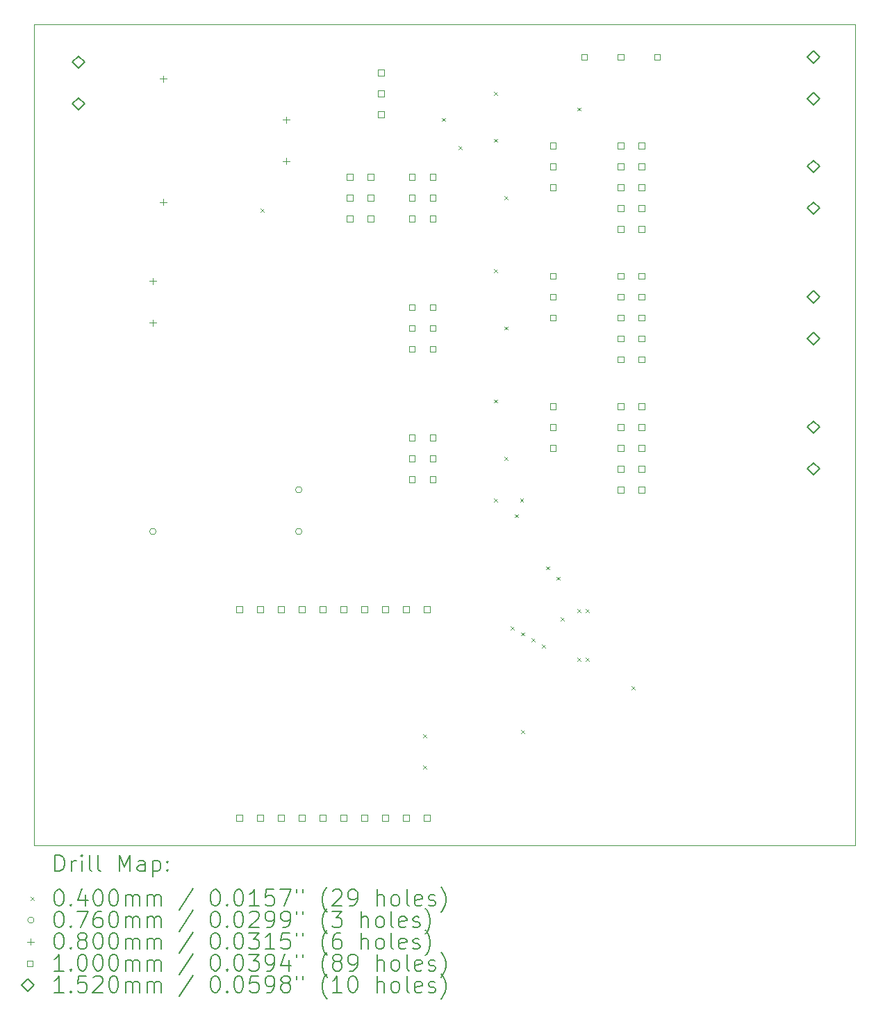
<source format=gbr>
%FSLAX45Y45*%
G04 Gerber Fmt 4.5, Leading zero omitted, Abs format (unit mm)*
G04 Created by KiCad (PCBNEW (6.0.0)) date 2022-11-23 20:41:33*
%MOMM*%
%LPD*%
G01*
G04 APERTURE LIST*
%TA.AperFunction,Profile*%
%ADD10C,0.100000*%
%TD*%
%ADD11C,0.200000*%
%ADD12C,0.040000*%
%ADD13C,0.076000*%
%ADD14C,0.080000*%
%ADD15C,0.100000*%
%ADD16C,0.152000*%
G04 APERTURE END LIST*
D10*
X10000000Y-5000000D02*
X20000000Y-5000000D01*
X10000000Y-15000000D02*
X10000000Y-5000000D01*
X20000000Y-15000000D02*
X20000000Y-5000000D01*
X10000000Y-15000000D02*
X20000000Y-15000000D01*
D11*
D12*
X12756200Y-7244400D02*
X12796200Y-7284400D01*
X12796200Y-7244400D02*
X12756200Y-7284400D01*
X14737400Y-13645200D02*
X14777400Y-13685200D01*
X14777400Y-13645200D02*
X14737400Y-13685200D01*
X14737400Y-14026200D02*
X14777400Y-14066200D01*
X14777400Y-14026200D02*
X14737400Y-14066200D01*
X14966000Y-6139500D02*
X15006000Y-6179500D01*
X15006000Y-6139500D02*
X14966000Y-6179500D01*
X15169200Y-6482400D02*
X15209200Y-6522400D01*
X15209200Y-6482400D02*
X15169200Y-6522400D01*
X15601000Y-5822000D02*
X15641000Y-5862000D01*
X15641000Y-5822000D02*
X15601000Y-5862000D01*
X15601000Y-6393500D02*
X15641000Y-6433500D01*
X15641000Y-6393500D02*
X15601000Y-6433500D01*
X15601000Y-7981000D02*
X15641000Y-8021000D01*
X15641000Y-7981000D02*
X15601000Y-8021000D01*
X15601000Y-9568500D02*
X15641000Y-9608500D01*
X15641000Y-9568500D02*
X15601000Y-9608500D01*
X15601000Y-10775000D02*
X15641000Y-10815000D01*
X15641000Y-10775000D02*
X15601000Y-10815000D01*
X15728000Y-7092000D02*
X15768000Y-7132000D01*
X15768000Y-7092000D02*
X15728000Y-7132000D01*
X15728000Y-8679500D02*
X15768000Y-8719500D01*
X15768000Y-8679500D02*
X15728000Y-8719500D01*
X15728000Y-10267000D02*
X15768000Y-10307000D01*
X15768000Y-10267000D02*
X15728000Y-10307000D01*
X15804200Y-12331900D02*
X15844200Y-12371900D01*
X15844200Y-12331900D02*
X15804200Y-12371900D01*
X15855000Y-10965500D02*
X15895000Y-11005500D01*
X15895000Y-10965500D02*
X15855000Y-11005500D01*
X15918500Y-10775000D02*
X15958500Y-10815000D01*
X15958500Y-10775000D02*
X15918500Y-10815000D01*
X15931200Y-12404350D02*
X15971200Y-12444350D01*
X15971200Y-12404350D02*
X15931200Y-12444350D01*
X15931200Y-13594400D02*
X15971200Y-13634400D01*
X15971200Y-13594400D02*
X15931200Y-13634400D01*
X16058200Y-12476800D02*
X16098200Y-12516800D01*
X16098200Y-12476800D02*
X16058200Y-12516800D01*
X16185200Y-12553000D02*
X16225200Y-12593000D01*
X16225200Y-12553000D02*
X16185200Y-12593000D01*
X16236000Y-11600500D02*
X16276000Y-11640500D01*
X16276000Y-11600500D02*
X16236000Y-11640500D01*
X16363000Y-11727500D02*
X16403000Y-11767500D01*
X16403000Y-11727500D02*
X16363000Y-11767500D01*
X16413800Y-12222800D02*
X16453800Y-12262800D01*
X16453800Y-12222800D02*
X16413800Y-12262800D01*
X16617000Y-6012500D02*
X16657000Y-6052500D01*
X16657000Y-6012500D02*
X16617000Y-6052500D01*
X16617000Y-12713051D02*
X16657000Y-12753051D01*
X16657000Y-12713051D02*
X16617000Y-12753051D01*
X16617430Y-12120770D02*
X16657430Y-12160770D01*
X16657430Y-12120770D02*
X16617430Y-12160770D01*
X16718600Y-12121200D02*
X16758600Y-12161200D01*
X16758600Y-12121200D02*
X16718600Y-12161200D01*
X16719030Y-12712621D02*
X16759030Y-12752621D01*
X16759030Y-12712621D02*
X16719030Y-12752621D01*
X17277400Y-13061000D02*
X17317400Y-13101000D01*
X17317400Y-13061000D02*
X17277400Y-13101000D01*
D13*
X11482250Y-11176000D02*
G75*
G03*
X11482250Y-11176000I-38000J0D01*
G01*
X13260250Y-10668000D02*
G75*
G03*
X13260250Y-10668000I-38000J0D01*
G01*
X13260250Y-11176000D02*
G75*
G03*
X13260250Y-11176000I-38000J0D01*
G01*
D14*
X11444250Y-8088000D02*
X11444250Y-8168000D01*
X11404250Y-8128000D02*
X11484250Y-8128000D01*
X11444250Y-8596000D02*
X11444250Y-8676000D01*
X11404250Y-8636000D02*
X11484250Y-8636000D01*
X11569000Y-5623500D02*
X11569000Y-5703500D01*
X11529000Y-5663500D02*
X11609000Y-5663500D01*
X11569000Y-7123500D02*
X11569000Y-7203500D01*
X11529000Y-7163500D02*
X11609000Y-7163500D01*
X13069000Y-6123500D02*
X13069000Y-6203500D01*
X13029000Y-6163500D02*
X13109000Y-6163500D01*
X13069000Y-6623500D02*
X13069000Y-6703500D01*
X13029000Y-6663500D02*
X13109000Y-6663500D01*
D15*
X12531856Y-12159856D02*
X12531856Y-12089144D01*
X12461144Y-12089144D01*
X12461144Y-12159856D01*
X12531856Y-12159856D01*
X12531856Y-14699856D02*
X12531856Y-14629144D01*
X12461144Y-14629144D01*
X12461144Y-14699856D01*
X12531856Y-14699856D01*
X12785856Y-12159856D02*
X12785856Y-12089144D01*
X12715144Y-12089144D01*
X12715144Y-12159856D01*
X12785856Y-12159856D01*
X12785856Y-14699856D02*
X12785856Y-14629144D01*
X12715144Y-14629144D01*
X12715144Y-14699856D01*
X12785856Y-14699856D01*
X13039856Y-12159856D02*
X13039856Y-12089144D01*
X12969144Y-12089144D01*
X12969144Y-12159856D01*
X13039856Y-12159856D01*
X13039856Y-14699856D02*
X13039856Y-14629144D01*
X12969144Y-14629144D01*
X12969144Y-14699856D01*
X13039856Y-14699856D01*
X13293856Y-12159856D02*
X13293856Y-12089144D01*
X13223144Y-12089144D01*
X13223144Y-12159856D01*
X13293856Y-12159856D01*
X13293856Y-14699856D02*
X13293856Y-14629144D01*
X13223144Y-14629144D01*
X13223144Y-14699856D01*
X13293856Y-14699856D01*
X13547856Y-12159856D02*
X13547856Y-12089144D01*
X13477144Y-12089144D01*
X13477144Y-12159856D01*
X13547856Y-12159856D01*
X13547856Y-14699856D02*
X13547856Y-14629144D01*
X13477144Y-14629144D01*
X13477144Y-14699856D01*
X13547856Y-14699856D01*
X13801856Y-12159856D02*
X13801856Y-12089144D01*
X13731144Y-12089144D01*
X13731144Y-12159856D01*
X13801856Y-12159856D01*
X13801856Y-14699856D02*
X13801856Y-14629144D01*
X13731144Y-14629144D01*
X13731144Y-14699856D01*
X13801856Y-14699856D01*
X13878356Y-6893356D02*
X13878356Y-6822644D01*
X13807644Y-6822644D01*
X13807644Y-6893356D01*
X13878356Y-6893356D01*
X13878356Y-7147356D02*
X13878356Y-7076644D01*
X13807644Y-7076644D01*
X13807644Y-7147356D01*
X13878356Y-7147356D01*
X13878356Y-7401356D02*
X13878356Y-7330644D01*
X13807644Y-7330644D01*
X13807644Y-7401356D01*
X13878356Y-7401356D01*
X14055856Y-12159856D02*
X14055856Y-12089144D01*
X13985144Y-12089144D01*
X13985144Y-12159856D01*
X14055856Y-12159856D01*
X14055856Y-14699856D02*
X14055856Y-14629144D01*
X13985144Y-14629144D01*
X13985144Y-14699856D01*
X14055856Y-14699856D01*
X14132356Y-6893356D02*
X14132356Y-6822644D01*
X14061644Y-6822644D01*
X14061644Y-6893356D01*
X14132356Y-6893356D01*
X14132356Y-7147356D02*
X14132356Y-7076644D01*
X14061644Y-7076644D01*
X14061644Y-7147356D01*
X14132356Y-7147356D01*
X14132356Y-7401356D02*
X14132356Y-7330644D01*
X14061644Y-7330644D01*
X14061644Y-7401356D01*
X14132356Y-7401356D01*
X14259356Y-5624856D02*
X14259356Y-5554144D01*
X14188644Y-5554144D01*
X14188644Y-5624856D01*
X14259356Y-5624856D01*
X14259356Y-5878856D02*
X14259356Y-5808144D01*
X14188644Y-5808144D01*
X14188644Y-5878856D01*
X14259356Y-5878856D01*
X14259356Y-6132856D02*
X14259356Y-6062144D01*
X14188644Y-6062144D01*
X14188644Y-6132856D01*
X14259356Y-6132856D01*
X14309856Y-12159856D02*
X14309856Y-12089144D01*
X14239144Y-12089144D01*
X14239144Y-12159856D01*
X14309856Y-12159856D01*
X14309856Y-14699856D02*
X14309856Y-14629144D01*
X14239144Y-14629144D01*
X14239144Y-14699856D01*
X14309856Y-14699856D01*
X14563856Y-12159856D02*
X14563856Y-12089144D01*
X14493144Y-12089144D01*
X14493144Y-12159856D01*
X14563856Y-12159856D01*
X14563856Y-14699856D02*
X14563856Y-14629144D01*
X14493144Y-14629144D01*
X14493144Y-14699856D01*
X14563856Y-14699856D01*
X14639856Y-6894856D02*
X14639856Y-6824144D01*
X14569144Y-6824144D01*
X14569144Y-6894856D01*
X14639856Y-6894856D01*
X14639856Y-7148856D02*
X14639856Y-7078144D01*
X14569144Y-7078144D01*
X14569144Y-7148856D01*
X14639856Y-7148856D01*
X14639856Y-7402856D02*
X14639856Y-7332144D01*
X14569144Y-7332144D01*
X14569144Y-7402856D01*
X14639856Y-7402856D01*
X14639856Y-8482356D02*
X14639856Y-8411644D01*
X14569144Y-8411644D01*
X14569144Y-8482356D01*
X14639856Y-8482356D01*
X14639856Y-8736356D02*
X14639856Y-8665644D01*
X14569144Y-8665644D01*
X14569144Y-8736356D01*
X14639856Y-8736356D01*
X14639856Y-8990356D02*
X14639856Y-8919644D01*
X14569144Y-8919644D01*
X14569144Y-8990356D01*
X14639856Y-8990356D01*
X14639856Y-10069856D02*
X14639856Y-9999144D01*
X14569144Y-9999144D01*
X14569144Y-10069856D01*
X14639856Y-10069856D01*
X14639856Y-10323856D02*
X14639856Y-10253144D01*
X14569144Y-10253144D01*
X14569144Y-10323856D01*
X14639856Y-10323856D01*
X14639856Y-10577856D02*
X14639856Y-10507144D01*
X14569144Y-10507144D01*
X14569144Y-10577856D01*
X14639856Y-10577856D01*
X14817856Y-12159856D02*
X14817856Y-12089144D01*
X14747144Y-12089144D01*
X14747144Y-12159856D01*
X14817856Y-12159856D01*
X14817856Y-14699856D02*
X14817856Y-14629144D01*
X14747144Y-14629144D01*
X14747144Y-14699856D01*
X14817856Y-14699856D01*
X14893856Y-6894856D02*
X14893856Y-6824144D01*
X14823144Y-6824144D01*
X14823144Y-6894856D01*
X14893856Y-6894856D01*
X14893856Y-7148856D02*
X14893856Y-7078144D01*
X14823144Y-7078144D01*
X14823144Y-7148856D01*
X14893856Y-7148856D01*
X14893856Y-7402856D02*
X14893856Y-7332144D01*
X14823144Y-7332144D01*
X14823144Y-7402856D01*
X14893856Y-7402856D01*
X14893856Y-8482356D02*
X14893856Y-8411644D01*
X14823144Y-8411644D01*
X14823144Y-8482356D01*
X14893856Y-8482356D01*
X14893856Y-8736356D02*
X14893856Y-8665644D01*
X14823144Y-8665644D01*
X14823144Y-8736356D01*
X14893856Y-8736356D01*
X14893856Y-8990356D02*
X14893856Y-8919644D01*
X14823144Y-8919644D01*
X14823144Y-8990356D01*
X14893856Y-8990356D01*
X14893856Y-10069856D02*
X14893856Y-9999144D01*
X14823144Y-9999144D01*
X14823144Y-10069856D01*
X14893856Y-10069856D01*
X14893856Y-10323856D02*
X14893856Y-10253144D01*
X14823144Y-10253144D01*
X14823144Y-10323856D01*
X14893856Y-10323856D01*
X14893856Y-10577856D02*
X14893856Y-10507144D01*
X14823144Y-10507144D01*
X14823144Y-10577856D01*
X14893856Y-10577856D01*
X16354856Y-6512356D02*
X16354856Y-6441644D01*
X16284144Y-6441644D01*
X16284144Y-6512356D01*
X16354856Y-6512356D01*
X16354856Y-6766356D02*
X16354856Y-6695644D01*
X16284144Y-6695644D01*
X16284144Y-6766356D01*
X16354856Y-6766356D01*
X16354856Y-7020356D02*
X16354856Y-6949644D01*
X16284144Y-6949644D01*
X16284144Y-7020356D01*
X16354856Y-7020356D01*
X16354856Y-8099856D02*
X16354856Y-8029144D01*
X16284144Y-8029144D01*
X16284144Y-8099856D01*
X16354856Y-8099856D01*
X16354856Y-8353856D02*
X16354856Y-8283144D01*
X16284144Y-8283144D01*
X16284144Y-8353856D01*
X16354856Y-8353856D01*
X16354856Y-8607856D02*
X16354856Y-8537144D01*
X16284144Y-8537144D01*
X16284144Y-8607856D01*
X16354856Y-8607856D01*
X16354856Y-9687356D02*
X16354856Y-9616644D01*
X16284144Y-9616644D01*
X16284144Y-9687356D01*
X16354856Y-9687356D01*
X16354856Y-9941356D02*
X16354856Y-9870644D01*
X16284144Y-9870644D01*
X16284144Y-9941356D01*
X16354856Y-9941356D01*
X16354856Y-10195356D02*
X16354856Y-10124644D01*
X16284144Y-10124644D01*
X16284144Y-10195356D01*
X16354856Y-10195356D01*
X16735856Y-5432856D02*
X16735856Y-5362144D01*
X16665144Y-5362144D01*
X16665144Y-5432856D01*
X16735856Y-5432856D01*
X17180356Y-5432856D02*
X17180356Y-5362144D01*
X17109644Y-5362144D01*
X17109644Y-5432856D01*
X17180356Y-5432856D01*
X17180356Y-6512356D02*
X17180356Y-6441644D01*
X17109644Y-6441644D01*
X17109644Y-6512356D01*
X17180356Y-6512356D01*
X17180356Y-6766356D02*
X17180356Y-6695644D01*
X17109644Y-6695644D01*
X17109644Y-6766356D01*
X17180356Y-6766356D01*
X17180356Y-7020356D02*
X17180356Y-6949644D01*
X17109644Y-6949644D01*
X17109644Y-7020356D01*
X17180356Y-7020356D01*
X17180356Y-7274356D02*
X17180356Y-7203644D01*
X17109644Y-7203644D01*
X17109644Y-7274356D01*
X17180356Y-7274356D01*
X17180356Y-7528356D02*
X17180356Y-7457644D01*
X17109644Y-7457644D01*
X17109644Y-7528356D01*
X17180356Y-7528356D01*
X17180356Y-8099856D02*
X17180356Y-8029144D01*
X17109644Y-8029144D01*
X17109644Y-8099856D01*
X17180356Y-8099856D01*
X17180356Y-8353856D02*
X17180356Y-8283144D01*
X17109644Y-8283144D01*
X17109644Y-8353856D01*
X17180356Y-8353856D01*
X17180356Y-8607856D02*
X17180356Y-8537144D01*
X17109644Y-8537144D01*
X17109644Y-8607856D01*
X17180356Y-8607856D01*
X17180356Y-8861856D02*
X17180356Y-8791144D01*
X17109644Y-8791144D01*
X17109644Y-8861856D01*
X17180356Y-8861856D01*
X17180356Y-9115856D02*
X17180356Y-9045144D01*
X17109644Y-9045144D01*
X17109644Y-9115856D01*
X17180356Y-9115856D01*
X17180356Y-9687356D02*
X17180356Y-9616644D01*
X17109644Y-9616644D01*
X17109644Y-9687356D01*
X17180356Y-9687356D01*
X17180356Y-9941356D02*
X17180356Y-9870644D01*
X17109644Y-9870644D01*
X17109644Y-9941356D01*
X17180356Y-9941356D01*
X17180356Y-10195356D02*
X17180356Y-10124644D01*
X17109644Y-10124644D01*
X17109644Y-10195356D01*
X17180356Y-10195356D01*
X17180356Y-10449356D02*
X17180356Y-10378644D01*
X17109644Y-10378644D01*
X17109644Y-10449356D01*
X17180356Y-10449356D01*
X17180356Y-10703356D02*
X17180356Y-10632644D01*
X17109644Y-10632644D01*
X17109644Y-10703356D01*
X17180356Y-10703356D01*
X17434356Y-6512356D02*
X17434356Y-6441644D01*
X17363644Y-6441644D01*
X17363644Y-6512356D01*
X17434356Y-6512356D01*
X17434356Y-6766356D02*
X17434356Y-6695644D01*
X17363644Y-6695644D01*
X17363644Y-6766356D01*
X17434356Y-6766356D01*
X17434356Y-7020356D02*
X17434356Y-6949644D01*
X17363644Y-6949644D01*
X17363644Y-7020356D01*
X17434356Y-7020356D01*
X17434356Y-7274356D02*
X17434356Y-7203644D01*
X17363644Y-7203644D01*
X17363644Y-7274356D01*
X17434356Y-7274356D01*
X17434356Y-7528356D02*
X17434356Y-7457644D01*
X17363644Y-7457644D01*
X17363644Y-7528356D01*
X17434356Y-7528356D01*
X17434356Y-8099856D02*
X17434356Y-8029144D01*
X17363644Y-8029144D01*
X17363644Y-8099856D01*
X17434356Y-8099856D01*
X17434356Y-8353856D02*
X17434356Y-8283144D01*
X17363644Y-8283144D01*
X17363644Y-8353856D01*
X17434356Y-8353856D01*
X17434356Y-8607856D02*
X17434356Y-8537144D01*
X17363644Y-8537144D01*
X17363644Y-8607856D01*
X17434356Y-8607856D01*
X17434356Y-8861856D02*
X17434356Y-8791144D01*
X17363644Y-8791144D01*
X17363644Y-8861856D01*
X17434356Y-8861856D01*
X17434356Y-9115856D02*
X17434356Y-9045144D01*
X17363644Y-9045144D01*
X17363644Y-9115856D01*
X17434356Y-9115856D01*
X17434356Y-9687356D02*
X17434356Y-9616644D01*
X17363644Y-9616644D01*
X17363644Y-9687356D01*
X17434356Y-9687356D01*
X17434356Y-9941356D02*
X17434356Y-9870644D01*
X17363644Y-9870644D01*
X17363644Y-9941356D01*
X17434356Y-9941356D01*
X17434356Y-10195356D02*
X17434356Y-10124644D01*
X17363644Y-10124644D01*
X17363644Y-10195356D01*
X17434356Y-10195356D01*
X17434356Y-10449356D02*
X17434356Y-10378644D01*
X17363644Y-10378644D01*
X17363644Y-10449356D01*
X17434356Y-10449356D01*
X17434356Y-10703356D02*
X17434356Y-10632644D01*
X17363644Y-10632644D01*
X17363644Y-10703356D01*
X17434356Y-10703356D01*
X17624856Y-5432856D02*
X17624856Y-5362144D01*
X17554144Y-5362144D01*
X17554144Y-5432856D01*
X17624856Y-5432856D01*
D16*
X10541000Y-5537000D02*
X10617000Y-5461000D01*
X10541000Y-5385000D01*
X10465000Y-5461000D01*
X10541000Y-5537000D01*
X10541000Y-6045000D02*
X10617000Y-5969000D01*
X10541000Y-5893000D01*
X10465000Y-5969000D01*
X10541000Y-6045000D01*
X19494500Y-5473500D02*
X19570500Y-5397500D01*
X19494500Y-5321500D01*
X19418500Y-5397500D01*
X19494500Y-5473500D01*
X19494500Y-5981500D02*
X19570500Y-5905500D01*
X19494500Y-5829500D01*
X19418500Y-5905500D01*
X19494500Y-5981500D01*
X19494500Y-6807000D02*
X19570500Y-6731000D01*
X19494500Y-6655000D01*
X19418500Y-6731000D01*
X19494500Y-6807000D01*
X19494500Y-7315000D02*
X19570500Y-7239000D01*
X19494500Y-7163000D01*
X19418500Y-7239000D01*
X19494500Y-7315000D01*
X19494500Y-8394500D02*
X19570500Y-8318500D01*
X19494500Y-8242500D01*
X19418500Y-8318500D01*
X19494500Y-8394500D01*
X19494500Y-8902500D02*
X19570500Y-8826500D01*
X19494500Y-8750500D01*
X19418500Y-8826500D01*
X19494500Y-8902500D01*
X19494500Y-9982000D02*
X19570500Y-9906000D01*
X19494500Y-9830000D01*
X19418500Y-9906000D01*
X19494500Y-9982000D01*
X19494500Y-10490000D02*
X19570500Y-10414000D01*
X19494500Y-10338000D01*
X19418500Y-10414000D01*
X19494500Y-10490000D01*
D11*
X10252619Y-15315476D02*
X10252619Y-15115476D01*
X10300238Y-15115476D01*
X10328810Y-15125000D01*
X10347857Y-15144048D01*
X10357381Y-15163095D01*
X10366905Y-15201190D01*
X10366905Y-15229762D01*
X10357381Y-15267857D01*
X10347857Y-15286905D01*
X10328810Y-15305952D01*
X10300238Y-15315476D01*
X10252619Y-15315476D01*
X10452619Y-15315476D02*
X10452619Y-15182143D01*
X10452619Y-15220238D02*
X10462143Y-15201190D01*
X10471667Y-15191667D01*
X10490714Y-15182143D01*
X10509762Y-15182143D01*
X10576429Y-15315476D02*
X10576429Y-15182143D01*
X10576429Y-15115476D02*
X10566905Y-15125000D01*
X10576429Y-15134524D01*
X10585952Y-15125000D01*
X10576429Y-15115476D01*
X10576429Y-15134524D01*
X10700238Y-15315476D02*
X10681190Y-15305952D01*
X10671667Y-15286905D01*
X10671667Y-15115476D01*
X10805000Y-15315476D02*
X10785952Y-15305952D01*
X10776429Y-15286905D01*
X10776429Y-15115476D01*
X11033571Y-15315476D02*
X11033571Y-15115476D01*
X11100238Y-15258333D01*
X11166905Y-15115476D01*
X11166905Y-15315476D01*
X11347857Y-15315476D02*
X11347857Y-15210714D01*
X11338333Y-15191667D01*
X11319286Y-15182143D01*
X11281190Y-15182143D01*
X11262143Y-15191667D01*
X11347857Y-15305952D02*
X11328809Y-15315476D01*
X11281190Y-15315476D01*
X11262143Y-15305952D01*
X11252619Y-15286905D01*
X11252619Y-15267857D01*
X11262143Y-15248809D01*
X11281190Y-15239286D01*
X11328809Y-15239286D01*
X11347857Y-15229762D01*
X11443095Y-15182143D02*
X11443095Y-15382143D01*
X11443095Y-15191667D02*
X11462143Y-15182143D01*
X11500238Y-15182143D01*
X11519286Y-15191667D01*
X11528809Y-15201190D01*
X11538333Y-15220238D01*
X11538333Y-15277381D01*
X11528809Y-15296428D01*
X11519286Y-15305952D01*
X11500238Y-15315476D01*
X11462143Y-15315476D01*
X11443095Y-15305952D01*
X11624048Y-15296428D02*
X11633571Y-15305952D01*
X11624048Y-15315476D01*
X11614524Y-15305952D01*
X11624048Y-15296428D01*
X11624048Y-15315476D01*
X11624048Y-15191667D02*
X11633571Y-15201190D01*
X11624048Y-15210714D01*
X11614524Y-15201190D01*
X11624048Y-15191667D01*
X11624048Y-15210714D01*
D12*
X9955000Y-15625000D02*
X9995000Y-15665000D01*
X9995000Y-15625000D02*
X9955000Y-15665000D01*
D11*
X10290714Y-15535476D02*
X10309762Y-15535476D01*
X10328810Y-15545000D01*
X10338333Y-15554524D01*
X10347857Y-15573571D01*
X10357381Y-15611667D01*
X10357381Y-15659286D01*
X10347857Y-15697381D01*
X10338333Y-15716428D01*
X10328810Y-15725952D01*
X10309762Y-15735476D01*
X10290714Y-15735476D01*
X10271667Y-15725952D01*
X10262143Y-15716428D01*
X10252619Y-15697381D01*
X10243095Y-15659286D01*
X10243095Y-15611667D01*
X10252619Y-15573571D01*
X10262143Y-15554524D01*
X10271667Y-15545000D01*
X10290714Y-15535476D01*
X10443095Y-15716428D02*
X10452619Y-15725952D01*
X10443095Y-15735476D01*
X10433571Y-15725952D01*
X10443095Y-15716428D01*
X10443095Y-15735476D01*
X10624048Y-15602143D02*
X10624048Y-15735476D01*
X10576429Y-15525952D02*
X10528810Y-15668809D01*
X10652619Y-15668809D01*
X10766905Y-15535476D02*
X10785952Y-15535476D01*
X10805000Y-15545000D01*
X10814524Y-15554524D01*
X10824048Y-15573571D01*
X10833571Y-15611667D01*
X10833571Y-15659286D01*
X10824048Y-15697381D01*
X10814524Y-15716428D01*
X10805000Y-15725952D01*
X10785952Y-15735476D01*
X10766905Y-15735476D01*
X10747857Y-15725952D01*
X10738333Y-15716428D01*
X10728810Y-15697381D01*
X10719286Y-15659286D01*
X10719286Y-15611667D01*
X10728810Y-15573571D01*
X10738333Y-15554524D01*
X10747857Y-15545000D01*
X10766905Y-15535476D01*
X10957381Y-15535476D02*
X10976429Y-15535476D01*
X10995476Y-15545000D01*
X11005000Y-15554524D01*
X11014524Y-15573571D01*
X11024048Y-15611667D01*
X11024048Y-15659286D01*
X11014524Y-15697381D01*
X11005000Y-15716428D01*
X10995476Y-15725952D01*
X10976429Y-15735476D01*
X10957381Y-15735476D01*
X10938333Y-15725952D01*
X10928810Y-15716428D01*
X10919286Y-15697381D01*
X10909762Y-15659286D01*
X10909762Y-15611667D01*
X10919286Y-15573571D01*
X10928810Y-15554524D01*
X10938333Y-15545000D01*
X10957381Y-15535476D01*
X11109762Y-15735476D02*
X11109762Y-15602143D01*
X11109762Y-15621190D02*
X11119286Y-15611667D01*
X11138333Y-15602143D01*
X11166905Y-15602143D01*
X11185952Y-15611667D01*
X11195476Y-15630714D01*
X11195476Y-15735476D01*
X11195476Y-15630714D02*
X11205000Y-15611667D01*
X11224048Y-15602143D01*
X11252619Y-15602143D01*
X11271667Y-15611667D01*
X11281190Y-15630714D01*
X11281190Y-15735476D01*
X11376428Y-15735476D02*
X11376428Y-15602143D01*
X11376428Y-15621190D02*
X11385952Y-15611667D01*
X11405000Y-15602143D01*
X11433571Y-15602143D01*
X11452619Y-15611667D01*
X11462143Y-15630714D01*
X11462143Y-15735476D01*
X11462143Y-15630714D02*
X11471667Y-15611667D01*
X11490714Y-15602143D01*
X11519286Y-15602143D01*
X11538333Y-15611667D01*
X11547857Y-15630714D01*
X11547857Y-15735476D01*
X11938333Y-15525952D02*
X11766905Y-15783095D01*
X12195476Y-15535476D02*
X12214524Y-15535476D01*
X12233571Y-15545000D01*
X12243095Y-15554524D01*
X12252619Y-15573571D01*
X12262143Y-15611667D01*
X12262143Y-15659286D01*
X12252619Y-15697381D01*
X12243095Y-15716428D01*
X12233571Y-15725952D01*
X12214524Y-15735476D01*
X12195476Y-15735476D01*
X12176428Y-15725952D01*
X12166905Y-15716428D01*
X12157381Y-15697381D01*
X12147857Y-15659286D01*
X12147857Y-15611667D01*
X12157381Y-15573571D01*
X12166905Y-15554524D01*
X12176428Y-15545000D01*
X12195476Y-15535476D01*
X12347857Y-15716428D02*
X12357381Y-15725952D01*
X12347857Y-15735476D01*
X12338333Y-15725952D01*
X12347857Y-15716428D01*
X12347857Y-15735476D01*
X12481190Y-15535476D02*
X12500238Y-15535476D01*
X12519286Y-15545000D01*
X12528809Y-15554524D01*
X12538333Y-15573571D01*
X12547857Y-15611667D01*
X12547857Y-15659286D01*
X12538333Y-15697381D01*
X12528809Y-15716428D01*
X12519286Y-15725952D01*
X12500238Y-15735476D01*
X12481190Y-15735476D01*
X12462143Y-15725952D01*
X12452619Y-15716428D01*
X12443095Y-15697381D01*
X12433571Y-15659286D01*
X12433571Y-15611667D01*
X12443095Y-15573571D01*
X12452619Y-15554524D01*
X12462143Y-15545000D01*
X12481190Y-15535476D01*
X12738333Y-15735476D02*
X12624048Y-15735476D01*
X12681190Y-15735476D02*
X12681190Y-15535476D01*
X12662143Y-15564048D01*
X12643095Y-15583095D01*
X12624048Y-15592619D01*
X12919286Y-15535476D02*
X12824048Y-15535476D01*
X12814524Y-15630714D01*
X12824048Y-15621190D01*
X12843095Y-15611667D01*
X12890714Y-15611667D01*
X12909762Y-15621190D01*
X12919286Y-15630714D01*
X12928809Y-15649762D01*
X12928809Y-15697381D01*
X12919286Y-15716428D01*
X12909762Y-15725952D01*
X12890714Y-15735476D01*
X12843095Y-15735476D01*
X12824048Y-15725952D01*
X12814524Y-15716428D01*
X12995476Y-15535476D02*
X13128809Y-15535476D01*
X13043095Y-15735476D01*
X13195476Y-15535476D02*
X13195476Y-15573571D01*
X13271667Y-15535476D02*
X13271667Y-15573571D01*
X13566905Y-15811667D02*
X13557381Y-15802143D01*
X13538333Y-15773571D01*
X13528809Y-15754524D01*
X13519286Y-15725952D01*
X13509762Y-15678333D01*
X13509762Y-15640238D01*
X13519286Y-15592619D01*
X13528809Y-15564048D01*
X13538333Y-15545000D01*
X13557381Y-15516428D01*
X13566905Y-15506905D01*
X13633571Y-15554524D02*
X13643095Y-15545000D01*
X13662143Y-15535476D01*
X13709762Y-15535476D01*
X13728809Y-15545000D01*
X13738333Y-15554524D01*
X13747857Y-15573571D01*
X13747857Y-15592619D01*
X13738333Y-15621190D01*
X13624048Y-15735476D01*
X13747857Y-15735476D01*
X13843095Y-15735476D02*
X13881190Y-15735476D01*
X13900238Y-15725952D01*
X13909762Y-15716428D01*
X13928809Y-15687857D01*
X13938333Y-15649762D01*
X13938333Y-15573571D01*
X13928809Y-15554524D01*
X13919286Y-15545000D01*
X13900238Y-15535476D01*
X13862143Y-15535476D01*
X13843095Y-15545000D01*
X13833571Y-15554524D01*
X13824048Y-15573571D01*
X13824048Y-15621190D01*
X13833571Y-15640238D01*
X13843095Y-15649762D01*
X13862143Y-15659286D01*
X13900238Y-15659286D01*
X13919286Y-15649762D01*
X13928809Y-15640238D01*
X13938333Y-15621190D01*
X14176428Y-15735476D02*
X14176428Y-15535476D01*
X14262143Y-15735476D02*
X14262143Y-15630714D01*
X14252619Y-15611667D01*
X14233571Y-15602143D01*
X14205000Y-15602143D01*
X14185952Y-15611667D01*
X14176428Y-15621190D01*
X14385952Y-15735476D02*
X14366905Y-15725952D01*
X14357381Y-15716428D01*
X14347857Y-15697381D01*
X14347857Y-15640238D01*
X14357381Y-15621190D01*
X14366905Y-15611667D01*
X14385952Y-15602143D01*
X14414524Y-15602143D01*
X14433571Y-15611667D01*
X14443095Y-15621190D01*
X14452619Y-15640238D01*
X14452619Y-15697381D01*
X14443095Y-15716428D01*
X14433571Y-15725952D01*
X14414524Y-15735476D01*
X14385952Y-15735476D01*
X14566905Y-15735476D02*
X14547857Y-15725952D01*
X14538333Y-15706905D01*
X14538333Y-15535476D01*
X14719286Y-15725952D02*
X14700238Y-15735476D01*
X14662143Y-15735476D01*
X14643095Y-15725952D01*
X14633571Y-15706905D01*
X14633571Y-15630714D01*
X14643095Y-15611667D01*
X14662143Y-15602143D01*
X14700238Y-15602143D01*
X14719286Y-15611667D01*
X14728809Y-15630714D01*
X14728809Y-15649762D01*
X14633571Y-15668809D01*
X14805000Y-15725952D02*
X14824048Y-15735476D01*
X14862143Y-15735476D01*
X14881190Y-15725952D01*
X14890714Y-15706905D01*
X14890714Y-15697381D01*
X14881190Y-15678333D01*
X14862143Y-15668809D01*
X14833571Y-15668809D01*
X14814524Y-15659286D01*
X14805000Y-15640238D01*
X14805000Y-15630714D01*
X14814524Y-15611667D01*
X14833571Y-15602143D01*
X14862143Y-15602143D01*
X14881190Y-15611667D01*
X14957381Y-15811667D02*
X14966905Y-15802143D01*
X14985952Y-15773571D01*
X14995476Y-15754524D01*
X15005000Y-15725952D01*
X15014524Y-15678333D01*
X15014524Y-15640238D01*
X15005000Y-15592619D01*
X14995476Y-15564048D01*
X14985952Y-15545000D01*
X14966905Y-15516428D01*
X14957381Y-15506905D01*
D13*
X9995000Y-15909000D02*
G75*
G03*
X9995000Y-15909000I-38000J0D01*
G01*
D11*
X10290714Y-15799476D02*
X10309762Y-15799476D01*
X10328810Y-15809000D01*
X10338333Y-15818524D01*
X10347857Y-15837571D01*
X10357381Y-15875667D01*
X10357381Y-15923286D01*
X10347857Y-15961381D01*
X10338333Y-15980428D01*
X10328810Y-15989952D01*
X10309762Y-15999476D01*
X10290714Y-15999476D01*
X10271667Y-15989952D01*
X10262143Y-15980428D01*
X10252619Y-15961381D01*
X10243095Y-15923286D01*
X10243095Y-15875667D01*
X10252619Y-15837571D01*
X10262143Y-15818524D01*
X10271667Y-15809000D01*
X10290714Y-15799476D01*
X10443095Y-15980428D02*
X10452619Y-15989952D01*
X10443095Y-15999476D01*
X10433571Y-15989952D01*
X10443095Y-15980428D01*
X10443095Y-15999476D01*
X10519286Y-15799476D02*
X10652619Y-15799476D01*
X10566905Y-15999476D01*
X10814524Y-15799476D02*
X10776429Y-15799476D01*
X10757381Y-15809000D01*
X10747857Y-15818524D01*
X10728810Y-15847095D01*
X10719286Y-15885190D01*
X10719286Y-15961381D01*
X10728810Y-15980428D01*
X10738333Y-15989952D01*
X10757381Y-15999476D01*
X10795476Y-15999476D01*
X10814524Y-15989952D01*
X10824048Y-15980428D01*
X10833571Y-15961381D01*
X10833571Y-15913762D01*
X10824048Y-15894714D01*
X10814524Y-15885190D01*
X10795476Y-15875667D01*
X10757381Y-15875667D01*
X10738333Y-15885190D01*
X10728810Y-15894714D01*
X10719286Y-15913762D01*
X10957381Y-15799476D02*
X10976429Y-15799476D01*
X10995476Y-15809000D01*
X11005000Y-15818524D01*
X11014524Y-15837571D01*
X11024048Y-15875667D01*
X11024048Y-15923286D01*
X11014524Y-15961381D01*
X11005000Y-15980428D01*
X10995476Y-15989952D01*
X10976429Y-15999476D01*
X10957381Y-15999476D01*
X10938333Y-15989952D01*
X10928810Y-15980428D01*
X10919286Y-15961381D01*
X10909762Y-15923286D01*
X10909762Y-15875667D01*
X10919286Y-15837571D01*
X10928810Y-15818524D01*
X10938333Y-15809000D01*
X10957381Y-15799476D01*
X11109762Y-15999476D02*
X11109762Y-15866143D01*
X11109762Y-15885190D02*
X11119286Y-15875667D01*
X11138333Y-15866143D01*
X11166905Y-15866143D01*
X11185952Y-15875667D01*
X11195476Y-15894714D01*
X11195476Y-15999476D01*
X11195476Y-15894714D02*
X11205000Y-15875667D01*
X11224048Y-15866143D01*
X11252619Y-15866143D01*
X11271667Y-15875667D01*
X11281190Y-15894714D01*
X11281190Y-15999476D01*
X11376428Y-15999476D02*
X11376428Y-15866143D01*
X11376428Y-15885190D02*
X11385952Y-15875667D01*
X11405000Y-15866143D01*
X11433571Y-15866143D01*
X11452619Y-15875667D01*
X11462143Y-15894714D01*
X11462143Y-15999476D01*
X11462143Y-15894714D02*
X11471667Y-15875667D01*
X11490714Y-15866143D01*
X11519286Y-15866143D01*
X11538333Y-15875667D01*
X11547857Y-15894714D01*
X11547857Y-15999476D01*
X11938333Y-15789952D02*
X11766905Y-16047095D01*
X12195476Y-15799476D02*
X12214524Y-15799476D01*
X12233571Y-15809000D01*
X12243095Y-15818524D01*
X12252619Y-15837571D01*
X12262143Y-15875667D01*
X12262143Y-15923286D01*
X12252619Y-15961381D01*
X12243095Y-15980428D01*
X12233571Y-15989952D01*
X12214524Y-15999476D01*
X12195476Y-15999476D01*
X12176428Y-15989952D01*
X12166905Y-15980428D01*
X12157381Y-15961381D01*
X12147857Y-15923286D01*
X12147857Y-15875667D01*
X12157381Y-15837571D01*
X12166905Y-15818524D01*
X12176428Y-15809000D01*
X12195476Y-15799476D01*
X12347857Y-15980428D02*
X12357381Y-15989952D01*
X12347857Y-15999476D01*
X12338333Y-15989952D01*
X12347857Y-15980428D01*
X12347857Y-15999476D01*
X12481190Y-15799476D02*
X12500238Y-15799476D01*
X12519286Y-15809000D01*
X12528809Y-15818524D01*
X12538333Y-15837571D01*
X12547857Y-15875667D01*
X12547857Y-15923286D01*
X12538333Y-15961381D01*
X12528809Y-15980428D01*
X12519286Y-15989952D01*
X12500238Y-15999476D01*
X12481190Y-15999476D01*
X12462143Y-15989952D01*
X12452619Y-15980428D01*
X12443095Y-15961381D01*
X12433571Y-15923286D01*
X12433571Y-15875667D01*
X12443095Y-15837571D01*
X12452619Y-15818524D01*
X12462143Y-15809000D01*
X12481190Y-15799476D01*
X12624048Y-15818524D02*
X12633571Y-15809000D01*
X12652619Y-15799476D01*
X12700238Y-15799476D01*
X12719286Y-15809000D01*
X12728809Y-15818524D01*
X12738333Y-15837571D01*
X12738333Y-15856619D01*
X12728809Y-15885190D01*
X12614524Y-15999476D01*
X12738333Y-15999476D01*
X12833571Y-15999476D02*
X12871667Y-15999476D01*
X12890714Y-15989952D01*
X12900238Y-15980428D01*
X12919286Y-15951857D01*
X12928809Y-15913762D01*
X12928809Y-15837571D01*
X12919286Y-15818524D01*
X12909762Y-15809000D01*
X12890714Y-15799476D01*
X12852619Y-15799476D01*
X12833571Y-15809000D01*
X12824048Y-15818524D01*
X12814524Y-15837571D01*
X12814524Y-15885190D01*
X12824048Y-15904238D01*
X12833571Y-15913762D01*
X12852619Y-15923286D01*
X12890714Y-15923286D01*
X12909762Y-15913762D01*
X12919286Y-15904238D01*
X12928809Y-15885190D01*
X13024048Y-15999476D02*
X13062143Y-15999476D01*
X13081190Y-15989952D01*
X13090714Y-15980428D01*
X13109762Y-15951857D01*
X13119286Y-15913762D01*
X13119286Y-15837571D01*
X13109762Y-15818524D01*
X13100238Y-15809000D01*
X13081190Y-15799476D01*
X13043095Y-15799476D01*
X13024048Y-15809000D01*
X13014524Y-15818524D01*
X13005000Y-15837571D01*
X13005000Y-15885190D01*
X13014524Y-15904238D01*
X13024048Y-15913762D01*
X13043095Y-15923286D01*
X13081190Y-15923286D01*
X13100238Y-15913762D01*
X13109762Y-15904238D01*
X13119286Y-15885190D01*
X13195476Y-15799476D02*
X13195476Y-15837571D01*
X13271667Y-15799476D02*
X13271667Y-15837571D01*
X13566905Y-16075667D02*
X13557381Y-16066143D01*
X13538333Y-16037571D01*
X13528809Y-16018524D01*
X13519286Y-15989952D01*
X13509762Y-15942333D01*
X13509762Y-15904238D01*
X13519286Y-15856619D01*
X13528809Y-15828048D01*
X13538333Y-15809000D01*
X13557381Y-15780428D01*
X13566905Y-15770905D01*
X13624048Y-15799476D02*
X13747857Y-15799476D01*
X13681190Y-15875667D01*
X13709762Y-15875667D01*
X13728809Y-15885190D01*
X13738333Y-15894714D01*
X13747857Y-15913762D01*
X13747857Y-15961381D01*
X13738333Y-15980428D01*
X13728809Y-15989952D01*
X13709762Y-15999476D01*
X13652619Y-15999476D01*
X13633571Y-15989952D01*
X13624048Y-15980428D01*
X13985952Y-15999476D02*
X13985952Y-15799476D01*
X14071667Y-15999476D02*
X14071667Y-15894714D01*
X14062143Y-15875667D01*
X14043095Y-15866143D01*
X14014524Y-15866143D01*
X13995476Y-15875667D01*
X13985952Y-15885190D01*
X14195476Y-15999476D02*
X14176428Y-15989952D01*
X14166905Y-15980428D01*
X14157381Y-15961381D01*
X14157381Y-15904238D01*
X14166905Y-15885190D01*
X14176428Y-15875667D01*
X14195476Y-15866143D01*
X14224048Y-15866143D01*
X14243095Y-15875667D01*
X14252619Y-15885190D01*
X14262143Y-15904238D01*
X14262143Y-15961381D01*
X14252619Y-15980428D01*
X14243095Y-15989952D01*
X14224048Y-15999476D01*
X14195476Y-15999476D01*
X14376428Y-15999476D02*
X14357381Y-15989952D01*
X14347857Y-15970905D01*
X14347857Y-15799476D01*
X14528809Y-15989952D02*
X14509762Y-15999476D01*
X14471667Y-15999476D01*
X14452619Y-15989952D01*
X14443095Y-15970905D01*
X14443095Y-15894714D01*
X14452619Y-15875667D01*
X14471667Y-15866143D01*
X14509762Y-15866143D01*
X14528809Y-15875667D01*
X14538333Y-15894714D01*
X14538333Y-15913762D01*
X14443095Y-15932809D01*
X14614524Y-15989952D02*
X14633571Y-15999476D01*
X14671667Y-15999476D01*
X14690714Y-15989952D01*
X14700238Y-15970905D01*
X14700238Y-15961381D01*
X14690714Y-15942333D01*
X14671667Y-15932809D01*
X14643095Y-15932809D01*
X14624048Y-15923286D01*
X14614524Y-15904238D01*
X14614524Y-15894714D01*
X14624048Y-15875667D01*
X14643095Y-15866143D01*
X14671667Y-15866143D01*
X14690714Y-15875667D01*
X14766905Y-16075667D02*
X14776428Y-16066143D01*
X14795476Y-16037571D01*
X14805000Y-16018524D01*
X14814524Y-15989952D01*
X14824048Y-15942333D01*
X14824048Y-15904238D01*
X14814524Y-15856619D01*
X14805000Y-15828048D01*
X14795476Y-15809000D01*
X14776428Y-15780428D01*
X14766905Y-15770905D01*
D14*
X9955000Y-16133000D02*
X9955000Y-16213000D01*
X9915000Y-16173000D02*
X9995000Y-16173000D01*
D11*
X10290714Y-16063476D02*
X10309762Y-16063476D01*
X10328810Y-16073000D01*
X10338333Y-16082524D01*
X10347857Y-16101571D01*
X10357381Y-16139667D01*
X10357381Y-16187286D01*
X10347857Y-16225381D01*
X10338333Y-16244428D01*
X10328810Y-16253952D01*
X10309762Y-16263476D01*
X10290714Y-16263476D01*
X10271667Y-16253952D01*
X10262143Y-16244428D01*
X10252619Y-16225381D01*
X10243095Y-16187286D01*
X10243095Y-16139667D01*
X10252619Y-16101571D01*
X10262143Y-16082524D01*
X10271667Y-16073000D01*
X10290714Y-16063476D01*
X10443095Y-16244428D02*
X10452619Y-16253952D01*
X10443095Y-16263476D01*
X10433571Y-16253952D01*
X10443095Y-16244428D01*
X10443095Y-16263476D01*
X10566905Y-16149190D02*
X10547857Y-16139667D01*
X10538333Y-16130143D01*
X10528810Y-16111095D01*
X10528810Y-16101571D01*
X10538333Y-16082524D01*
X10547857Y-16073000D01*
X10566905Y-16063476D01*
X10605000Y-16063476D01*
X10624048Y-16073000D01*
X10633571Y-16082524D01*
X10643095Y-16101571D01*
X10643095Y-16111095D01*
X10633571Y-16130143D01*
X10624048Y-16139667D01*
X10605000Y-16149190D01*
X10566905Y-16149190D01*
X10547857Y-16158714D01*
X10538333Y-16168238D01*
X10528810Y-16187286D01*
X10528810Y-16225381D01*
X10538333Y-16244428D01*
X10547857Y-16253952D01*
X10566905Y-16263476D01*
X10605000Y-16263476D01*
X10624048Y-16253952D01*
X10633571Y-16244428D01*
X10643095Y-16225381D01*
X10643095Y-16187286D01*
X10633571Y-16168238D01*
X10624048Y-16158714D01*
X10605000Y-16149190D01*
X10766905Y-16063476D02*
X10785952Y-16063476D01*
X10805000Y-16073000D01*
X10814524Y-16082524D01*
X10824048Y-16101571D01*
X10833571Y-16139667D01*
X10833571Y-16187286D01*
X10824048Y-16225381D01*
X10814524Y-16244428D01*
X10805000Y-16253952D01*
X10785952Y-16263476D01*
X10766905Y-16263476D01*
X10747857Y-16253952D01*
X10738333Y-16244428D01*
X10728810Y-16225381D01*
X10719286Y-16187286D01*
X10719286Y-16139667D01*
X10728810Y-16101571D01*
X10738333Y-16082524D01*
X10747857Y-16073000D01*
X10766905Y-16063476D01*
X10957381Y-16063476D02*
X10976429Y-16063476D01*
X10995476Y-16073000D01*
X11005000Y-16082524D01*
X11014524Y-16101571D01*
X11024048Y-16139667D01*
X11024048Y-16187286D01*
X11014524Y-16225381D01*
X11005000Y-16244428D01*
X10995476Y-16253952D01*
X10976429Y-16263476D01*
X10957381Y-16263476D01*
X10938333Y-16253952D01*
X10928810Y-16244428D01*
X10919286Y-16225381D01*
X10909762Y-16187286D01*
X10909762Y-16139667D01*
X10919286Y-16101571D01*
X10928810Y-16082524D01*
X10938333Y-16073000D01*
X10957381Y-16063476D01*
X11109762Y-16263476D02*
X11109762Y-16130143D01*
X11109762Y-16149190D02*
X11119286Y-16139667D01*
X11138333Y-16130143D01*
X11166905Y-16130143D01*
X11185952Y-16139667D01*
X11195476Y-16158714D01*
X11195476Y-16263476D01*
X11195476Y-16158714D02*
X11205000Y-16139667D01*
X11224048Y-16130143D01*
X11252619Y-16130143D01*
X11271667Y-16139667D01*
X11281190Y-16158714D01*
X11281190Y-16263476D01*
X11376428Y-16263476D02*
X11376428Y-16130143D01*
X11376428Y-16149190D02*
X11385952Y-16139667D01*
X11405000Y-16130143D01*
X11433571Y-16130143D01*
X11452619Y-16139667D01*
X11462143Y-16158714D01*
X11462143Y-16263476D01*
X11462143Y-16158714D02*
X11471667Y-16139667D01*
X11490714Y-16130143D01*
X11519286Y-16130143D01*
X11538333Y-16139667D01*
X11547857Y-16158714D01*
X11547857Y-16263476D01*
X11938333Y-16053952D02*
X11766905Y-16311095D01*
X12195476Y-16063476D02*
X12214524Y-16063476D01*
X12233571Y-16073000D01*
X12243095Y-16082524D01*
X12252619Y-16101571D01*
X12262143Y-16139667D01*
X12262143Y-16187286D01*
X12252619Y-16225381D01*
X12243095Y-16244428D01*
X12233571Y-16253952D01*
X12214524Y-16263476D01*
X12195476Y-16263476D01*
X12176428Y-16253952D01*
X12166905Y-16244428D01*
X12157381Y-16225381D01*
X12147857Y-16187286D01*
X12147857Y-16139667D01*
X12157381Y-16101571D01*
X12166905Y-16082524D01*
X12176428Y-16073000D01*
X12195476Y-16063476D01*
X12347857Y-16244428D02*
X12357381Y-16253952D01*
X12347857Y-16263476D01*
X12338333Y-16253952D01*
X12347857Y-16244428D01*
X12347857Y-16263476D01*
X12481190Y-16063476D02*
X12500238Y-16063476D01*
X12519286Y-16073000D01*
X12528809Y-16082524D01*
X12538333Y-16101571D01*
X12547857Y-16139667D01*
X12547857Y-16187286D01*
X12538333Y-16225381D01*
X12528809Y-16244428D01*
X12519286Y-16253952D01*
X12500238Y-16263476D01*
X12481190Y-16263476D01*
X12462143Y-16253952D01*
X12452619Y-16244428D01*
X12443095Y-16225381D01*
X12433571Y-16187286D01*
X12433571Y-16139667D01*
X12443095Y-16101571D01*
X12452619Y-16082524D01*
X12462143Y-16073000D01*
X12481190Y-16063476D01*
X12614524Y-16063476D02*
X12738333Y-16063476D01*
X12671667Y-16139667D01*
X12700238Y-16139667D01*
X12719286Y-16149190D01*
X12728809Y-16158714D01*
X12738333Y-16177762D01*
X12738333Y-16225381D01*
X12728809Y-16244428D01*
X12719286Y-16253952D01*
X12700238Y-16263476D01*
X12643095Y-16263476D01*
X12624048Y-16253952D01*
X12614524Y-16244428D01*
X12928809Y-16263476D02*
X12814524Y-16263476D01*
X12871667Y-16263476D02*
X12871667Y-16063476D01*
X12852619Y-16092048D01*
X12833571Y-16111095D01*
X12814524Y-16120619D01*
X13109762Y-16063476D02*
X13014524Y-16063476D01*
X13005000Y-16158714D01*
X13014524Y-16149190D01*
X13033571Y-16139667D01*
X13081190Y-16139667D01*
X13100238Y-16149190D01*
X13109762Y-16158714D01*
X13119286Y-16177762D01*
X13119286Y-16225381D01*
X13109762Y-16244428D01*
X13100238Y-16253952D01*
X13081190Y-16263476D01*
X13033571Y-16263476D01*
X13014524Y-16253952D01*
X13005000Y-16244428D01*
X13195476Y-16063476D02*
X13195476Y-16101571D01*
X13271667Y-16063476D02*
X13271667Y-16101571D01*
X13566905Y-16339667D02*
X13557381Y-16330143D01*
X13538333Y-16301571D01*
X13528809Y-16282524D01*
X13519286Y-16253952D01*
X13509762Y-16206333D01*
X13509762Y-16168238D01*
X13519286Y-16120619D01*
X13528809Y-16092048D01*
X13538333Y-16073000D01*
X13557381Y-16044428D01*
X13566905Y-16034905D01*
X13728809Y-16063476D02*
X13690714Y-16063476D01*
X13671667Y-16073000D01*
X13662143Y-16082524D01*
X13643095Y-16111095D01*
X13633571Y-16149190D01*
X13633571Y-16225381D01*
X13643095Y-16244428D01*
X13652619Y-16253952D01*
X13671667Y-16263476D01*
X13709762Y-16263476D01*
X13728809Y-16253952D01*
X13738333Y-16244428D01*
X13747857Y-16225381D01*
X13747857Y-16177762D01*
X13738333Y-16158714D01*
X13728809Y-16149190D01*
X13709762Y-16139667D01*
X13671667Y-16139667D01*
X13652619Y-16149190D01*
X13643095Y-16158714D01*
X13633571Y-16177762D01*
X13985952Y-16263476D02*
X13985952Y-16063476D01*
X14071667Y-16263476D02*
X14071667Y-16158714D01*
X14062143Y-16139667D01*
X14043095Y-16130143D01*
X14014524Y-16130143D01*
X13995476Y-16139667D01*
X13985952Y-16149190D01*
X14195476Y-16263476D02*
X14176428Y-16253952D01*
X14166905Y-16244428D01*
X14157381Y-16225381D01*
X14157381Y-16168238D01*
X14166905Y-16149190D01*
X14176428Y-16139667D01*
X14195476Y-16130143D01*
X14224048Y-16130143D01*
X14243095Y-16139667D01*
X14252619Y-16149190D01*
X14262143Y-16168238D01*
X14262143Y-16225381D01*
X14252619Y-16244428D01*
X14243095Y-16253952D01*
X14224048Y-16263476D01*
X14195476Y-16263476D01*
X14376428Y-16263476D02*
X14357381Y-16253952D01*
X14347857Y-16234905D01*
X14347857Y-16063476D01*
X14528809Y-16253952D02*
X14509762Y-16263476D01*
X14471667Y-16263476D01*
X14452619Y-16253952D01*
X14443095Y-16234905D01*
X14443095Y-16158714D01*
X14452619Y-16139667D01*
X14471667Y-16130143D01*
X14509762Y-16130143D01*
X14528809Y-16139667D01*
X14538333Y-16158714D01*
X14538333Y-16177762D01*
X14443095Y-16196809D01*
X14614524Y-16253952D02*
X14633571Y-16263476D01*
X14671667Y-16263476D01*
X14690714Y-16253952D01*
X14700238Y-16234905D01*
X14700238Y-16225381D01*
X14690714Y-16206333D01*
X14671667Y-16196809D01*
X14643095Y-16196809D01*
X14624048Y-16187286D01*
X14614524Y-16168238D01*
X14614524Y-16158714D01*
X14624048Y-16139667D01*
X14643095Y-16130143D01*
X14671667Y-16130143D01*
X14690714Y-16139667D01*
X14766905Y-16339667D02*
X14776428Y-16330143D01*
X14795476Y-16301571D01*
X14805000Y-16282524D01*
X14814524Y-16253952D01*
X14824048Y-16206333D01*
X14824048Y-16168238D01*
X14814524Y-16120619D01*
X14805000Y-16092048D01*
X14795476Y-16073000D01*
X14776428Y-16044428D01*
X14766905Y-16034905D01*
D15*
X9980356Y-16472356D02*
X9980356Y-16401644D01*
X9909644Y-16401644D01*
X9909644Y-16472356D01*
X9980356Y-16472356D01*
D11*
X10357381Y-16527476D02*
X10243095Y-16527476D01*
X10300238Y-16527476D02*
X10300238Y-16327476D01*
X10281190Y-16356048D01*
X10262143Y-16375095D01*
X10243095Y-16384619D01*
X10443095Y-16508428D02*
X10452619Y-16517952D01*
X10443095Y-16527476D01*
X10433571Y-16517952D01*
X10443095Y-16508428D01*
X10443095Y-16527476D01*
X10576429Y-16327476D02*
X10595476Y-16327476D01*
X10614524Y-16337000D01*
X10624048Y-16346524D01*
X10633571Y-16365571D01*
X10643095Y-16403667D01*
X10643095Y-16451286D01*
X10633571Y-16489381D01*
X10624048Y-16508428D01*
X10614524Y-16517952D01*
X10595476Y-16527476D01*
X10576429Y-16527476D01*
X10557381Y-16517952D01*
X10547857Y-16508428D01*
X10538333Y-16489381D01*
X10528810Y-16451286D01*
X10528810Y-16403667D01*
X10538333Y-16365571D01*
X10547857Y-16346524D01*
X10557381Y-16337000D01*
X10576429Y-16327476D01*
X10766905Y-16327476D02*
X10785952Y-16327476D01*
X10805000Y-16337000D01*
X10814524Y-16346524D01*
X10824048Y-16365571D01*
X10833571Y-16403667D01*
X10833571Y-16451286D01*
X10824048Y-16489381D01*
X10814524Y-16508428D01*
X10805000Y-16517952D01*
X10785952Y-16527476D01*
X10766905Y-16527476D01*
X10747857Y-16517952D01*
X10738333Y-16508428D01*
X10728810Y-16489381D01*
X10719286Y-16451286D01*
X10719286Y-16403667D01*
X10728810Y-16365571D01*
X10738333Y-16346524D01*
X10747857Y-16337000D01*
X10766905Y-16327476D01*
X10957381Y-16327476D02*
X10976429Y-16327476D01*
X10995476Y-16337000D01*
X11005000Y-16346524D01*
X11014524Y-16365571D01*
X11024048Y-16403667D01*
X11024048Y-16451286D01*
X11014524Y-16489381D01*
X11005000Y-16508428D01*
X10995476Y-16517952D01*
X10976429Y-16527476D01*
X10957381Y-16527476D01*
X10938333Y-16517952D01*
X10928810Y-16508428D01*
X10919286Y-16489381D01*
X10909762Y-16451286D01*
X10909762Y-16403667D01*
X10919286Y-16365571D01*
X10928810Y-16346524D01*
X10938333Y-16337000D01*
X10957381Y-16327476D01*
X11109762Y-16527476D02*
X11109762Y-16394143D01*
X11109762Y-16413190D02*
X11119286Y-16403667D01*
X11138333Y-16394143D01*
X11166905Y-16394143D01*
X11185952Y-16403667D01*
X11195476Y-16422714D01*
X11195476Y-16527476D01*
X11195476Y-16422714D02*
X11205000Y-16403667D01*
X11224048Y-16394143D01*
X11252619Y-16394143D01*
X11271667Y-16403667D01*
X11281190Y-16422714D01*
X11281190Y-16527476D01*
X11376428Y-16527476D02*
X11376428Y-16394143D01*
X11376428Y-16413190D02*
X11385952Y-16403667D01*
X11405000Y-16394143D01*
X11433571Y-16394143D01*
X11452619Y-16403667D01*
X11462143Y-16422714D01*
X11462143Y-16527476D01*
X11462143Y-16422714D02*
X11471667Y-16403667D01*
X11490714Y-16394143D01*
X11519286Y-16394143D01*
X11538333Y-16403667D01*
X11547857Y-16422714D01*
X11547857Y-16527476D01*
X11938333Y-16317952D02*
X11766905Y-16575095D01*
X12195476Y-16327476D02*
X12214524Y-16327476D01*
X12233571Y-16337000D01*
X12243095Y-16346524D01*
X12252619Y-16365571D01*
X12262143Y-16403667D01*
X12262143Y-16451286D01*
X12252619Y-16489381D01*
X12243095Y-16508428D01*
X12233571Y-16517952D01*
X12214524Y-16527476D01*
X12195476Y-16527476D01*
X12176428Y-16517952D01*
X12166905Y-16508428D01*
X12157381Y-16489381D01*
X12147857Y-16451286D01*
X12147857Y-16403667D01*
X12157381Y-16365571D01*
X12166905Y-16346524D01*
X12176428Y-16337000D01*
X12195476Y-16327476D01*
X12347857Y-16508428D02*
X12357381Y-16517952D01*
X12347857Y-16527476D01*
X12338333Y-16517952D01*
X12347857Y-16508428D01*
X12347857Y-16527476D01*
X12481190Y-16327476D02*
X12500238Y-16327476D01*
X12519286Y-16337000D01*
X12528809Y-16346524D01*
X12538333Y-16365571D01*
X12547857Y-16403667D01*
X12547857Y-16451286D01*
X12538333Y-16489381D01*
X12528809Y-16508428D01*
X12519286Y-16517952D01*
X12500238Y-16527476D01*
X12481190Y-16527476D01*
X12462143Y-16517952D01*
X12452619Y-16508428D01*
X12443095Y-16489381D01*
X12433571Y-16451286D01*
X12433571Y-16403667D01*
X12443095Y-16365571D01*
X12452619Y-16346524D01*
X12462143Y-16337000D01*
X12481190Y-16327476D01*
X12614524Y-16327476D02*
X12738333Y-16327476D01*
X12671667Y-16403667D01*
X12700238Y-16403667D01*
X12719286Y-16413190D01*
X12728809Y-16422714D01*
X12738333Y-16441762D01*
X12738333Y-16489381D01*
X12728809Y-16508428D01*
X12719286Y-16517952D01*
X12700238Y-16527476D01*
X12643095Y-16527476D01*
X12624048Y-16517952D01*
X12614524Y-16508428D01*
X12833571Y-16527476D02*
X12871667Y-16527476D01*
X12890714Y-16517952D01*
X12900238Y-16508428D01*
X12919286Y-16479857D01*
X12928809Y-16441762D01*
X12928809Y-16365571D01*
X12919286Y-16346524D01*
X12909762Y-16337000D01*
X12890714Y-16327476D01*
X12852619Y-16327476D01*
X12833571Y-16337000D01*
X12824048Y-16346524D01*
X12814524Y-16365571D01*
X12814524Y-16413190D01*
X12824048Y-16432238D01*
X12833571Y-16441762D01*
X12852619Y-16451286D01*
X12890714Y-16451286D01*
X12909762Y-16441762D01*
X12919286Y-16432238D01*
X12928809Y-16413190D01*
X13100238Y-16394143D02*
X13100238Y-16527476D01*
X13052619Y-16317952D02*
X13005000Y-16460809D01*
X13128809Y-16460809D01*
X13195476Y-16327476D02*
X13195476Y-16365571D01*
X13271667Y-16327476D02*
X13271667Y-16365571D01*
X13566905Y-16603667D02*
X13557381Y-16594143D01*
X13538333Y-16565571D01*
X13528809Y-16546524D01*
X13519286Y-16517952D01*
X13509762Y-16470333D01*
X13509762Y-16432238D01*
X13519286Y-16384619D01*
X13528809Y-16356048D01*
X13538333Y-16337000D01*
X13557381Y-16308428D01*
X13566905Y-16298905D01*
X13671667Y-16413190D02*
X13652619Y-16403667D01*
X13643095Y-16394143D01*
X13633571Y-16375095D01*
X13633571Y-16365571D01*
X13643095Y-16346524D01*
X13652619Y-16337000D01*
X13671667Y-16327476D01*
X13709762Y-16327476D01*
X13728809Y-16337000D01*
X13738333Y-16346524D01*
X13747857Y-16365571D01*
X13747857Y-16375095D01*
X13738333Y-16394143D01*
X13728809Y-16403667D01*
X13709762Y-16413190D01*
X13671667Y-16413190D01*
X13652619Y-16422714D01*
X13643095Y-16432238D01*
X13633571Y-16451286D01*
X13633571Y-16489381D01*
X13643095Y-16508428D01*
X13652619Y-16517952D01*
X13671667Y-16527476D01*
X13709762Y-16527476D01*
X13728809Y-16517952D01*
X13738333Y-16508428D01*
X13747857Y-16489381D01*
X13747857Y-16451286D01*
X13738333Y-16432238D01*
X13728809Y-16422714D01*
X13709762Y-16413190D01*
X13843095Y-16527476D02*
X13881190Y-16527476D01*
X13900238Y-16517952D01*
X13909762Y-16508428D01*
X13928809Y-16479857D01*
X13938333Y-16441762D01*
X13938333Y-16365571D01*
X13928809Y-16346524D01*
X13919286Y-16337000D01*
X13900238Y-16327476D01*
X13862143Y-16327476D01*
X13843095Y-16337000D01*
X13833571Y-16346524D01*
X13824048Y-16365571D01*
X13824048Y-16413190D01*
X13833571Y-16432238D01*
X13843095Y-16441762D01*
X13862143Y-16451286D01*
X13900238Y-16451286D01*
X13919286Y-16441762D01*
X13928809Y-16432238D01*
X13938333Y-16413190D01*
X14176428Y-16527476D02*
X14176428Y-16327476D01*
X14262143Y-16527476D02*
X14262143Y-16422714D01*
X14252619Y-16403667D01*
X14233571Y-16394143D01*
X14205000Y-16394143D01*
X14185952Y-16403667D01*
X14176428Y-16413190D01*
X14385952Y-16527476D02*
X14366905Y-16517952D01*
X14357381Y-16508428D01*
X14347857Y-16489381D01*
X14347857Y-16432238D01*
X14357381Y-16413190D01*
X14366905Y-16403667D01*
X14385952Y-16394143D01*
X14414524Y-16394143D01*
X14433571Y-16403667D01*
X14443095Y-16413190D01*
X14452619Y-16432238D01*
X14452619Y-16489381D01*
X14443095Y-16508428D01*
X14433571Y-16517952D01*
X14414524Y-16527476D01*
X14385952Y-16527476D01*
X14566905Y-16527476D02*
X14547857Y-16517952D01*
X14538333Y-16498905D01*
X14538333Y-16327476D01*
X14719286Y-16517952D02*
X14700238Y-16527476D01*
X14662143Y-16527476D01*
X14643095Y-16517952D01*
X14633571Y-16498905D01*
X14633571Y-16422714D01*
X14643095Y-16403667D01*
X14662143Y-16394143D01*
X14700238Y-16394143D01*
X14719286Y-16403667D01*
X14728809Y-16422714D01*
X14728809Y-16441762D01*
X14633571Y-16460809D01*
X14805000Y-16517952D02*
X14824048Y-16527476D01*
X14862143Y-16527476D01*
X14881190Y-16517952D01*
X14890714Y-16498905D01*
X14890714Y-16489381D01*
X14881190Y-16470333D01*
X14862143Y-16460809D01*
X14833571Y-16460809D01*
X14814524Y-16451286D01*
X14805000Y-16432238D01*
X14805000Y-16422714D01*
X14814524Y-16403667D01*
X14833571Y-16394143D01*
X14862143Y-16394143D01*
X14881190Y-16403667D01*
X14957381Y-16603667D02*
X14966905Y-16594143D01*
X14985952Y-16565571D01*
X14995476Y-16546524D01*
X15005000Y-16517952D01*
X15014524Y-16470333D01*
X15014524Y-16432238D01*
X15005000Y-16384619D01*
X14995476Y-16356048D01*
X14985952Y-16337000D01*
X14966905Y-16308428D01*
X14957381Y-16298905D01*
D16*
X9919000Y-16777000D02*
X9995000Y-16701000D01*
X9919000Y-16625000D01*
X9843000Y-16701000D01*
X9919000Y-16777000D01*
D11*
X10357381Y-16791476D02*
X10243095Y-16791476D01*
X10300238Y-16791476D02*
X10300238Y-16591476D01*
X10281190Y-16620048D01*
X10262143Y-16639095D01*
X10243095Y-16648619D01*
X10443095Y-16772428D02*
X10452619Y-16781952D01*
X10443095Y-16791476D01*
X10433571Y-16781952D01*
X10443095Y-16772428D01*
X10443095Y-16791476D01*
X10633571Y-16591476D02*
X10538333Y-16591476D01*
X10528810Y-16686714D01*
X10538333Y-16677190D01*
X10557381Y-16667667D01*
X10605000Y-16667667D01*
X10624048Y-16677190D01*
X10633571Y-16686714D01*
X10643095Y-16705762D01*
X10643095Y-16753381D01*
X10633571Y-16772428D01*
X10624048Y-16781952D01*
X10605000Y-16791476D01*
X10557381Y-16791476D01*
X10538333Y-16781952D01*
X10528810Y-16772428D01*
X10719286Y-16610524D02*
X10728810Y-16601000D01*
X10747857Y-16591476D01*
X10795476Y-16591476D01*
X10814524Y-16601000D01*
X10824048Y-16610524D01*
X10833571Y-16629571D01*
X10833571Y-16648619D01*
X10824048Y-16677190D01*
X10709762Y-16791476D01*
X10833571Y-16791476D01*
X10957381Y-16591476D02*
X10976429Y-16591476D01*
X10995476Y-16601000D01*
X11005000Y-16610524D01*
X11014524Y-16629571D01*
X11024048Y-16667667D01*
X11024048Y-16715286D01*
X11014524Y-16753381D01*
X11005000Y-16772428D01*
X10995476Y-16781952D01*
X10976429Y-16791476D01*
X10957381Y-16791476D01*
X10938333Y-16781952D01*
X10928810Y-16772428D01*
X10919286Y-16753381D01*
X10909762Y-16715286D01*
X10909762Y-16667667D01*
X10919286Y-16629571D01*
X10928810Y-16610524D01*
X10938333Y-16601000D01*
X10957381Y-16591476D01*
X11109762Y-16791476D02*
X11109762Y-16658143D01*
X11109762Y-16677190D02*
X11119286Y-16667667D01*
X11138333Y-16658143D01*
X11166905Y-16658143D01*
X11185952Y-16667667D01*
X11195476Y-16686714D01*
X11195476Y-16791476D01*
X11195476Y-16686714D02*
X11205000Y-16667667D01*
X11224048Y-16658143D01*
X11252619Y-16658143D01*
X11271667Y-16667667D01*
X11281190Y-16686714D01*
X11281190Y-16791476D01*
X11376428Y-16791476D02*
X11376428Y-16658143D01*
X11376428Y-16677190D02*
X11385952Y-16667667D01*
X11405000Y-16658143D01*
X11433571Y-16658143D01*
X11452619Y-16667667D01*
X11462143Y-16686714D01*
X11462143Y-16791476D01*
X11462143Y-16686714D02*
X11471667Y-16667667D01*
X11490714Y-16658143D01*
X11519286Y-16658143D01*
X11538333Y-16667667D01*
X11547857Y-16686714D01*
X11547857Y-16791476D01*
X11938333Y-16581952D02*
X11766905Y-16839095D01*
X12195476Y-16591476D02*
X12214524Y-16591476D01*
X12233571Y-16601000D01*
X12243095Y-16610524D01*
X12252619Y-16629571D01*
X12262143Y-16667667D01*
X12262143Y-16715286D01*
X12252619Y-16753381D01*
X12243095Y-16772428D01*
X12233571Y-16781952D01*
X12214524Y-16791476D01*
X12195476Y-16791476D01*
X12176428Y-16781952D01*
X12166905Y-16772428D01*
X12157381Y-16753381D01*
X12147857Y-16715286D01*
X12147857Y-16667667D01*
X12157381Y-16629571D01*
X12166905Y-16610524D01*
X12176428Y-16601000D01*
X12195476Y-16591476D01*
X12347857Y-16772428D02*
X12357381Y-16781952D01*
X12347857Y-16791476D01*
X12338333Y-16781952D01*
X12347857Y-16772428D01*
X12347857Y-16791476D01*
X12481190Y-16591476D02*
X12500238Y-16591476D01*
X12519286Y-16601000D01*
X12528809Y-16610524D01*
X12538333Y-16629571D01*
X12547857Y-16667667D01*
X12547857Y-16715286D01*
X12538333Y-16753381D01*
X12528809Y-16772428D01*
X12519286Y-16781952D01*
X12500238Y-16791476D01*
X12481190Y-16791476D01*
X12462143Y-16781952D01*
X12452619Y-16772428D01*
X12443095Y-16753381D01*
X12433571Y-16715286D01*
X12433571Y-16667667D01*
X12443095Y-16629571D01*
X12452619Y-16610524D01*
X12462143Y-16601000D01*
X12481190Y-16591476D01*
X12728809Y-16591476D02*
X12633571Y-16591476D01*
X12624048Y-16686714D01*
X12633571Y-16677190D01*
X12652619Y-16667667D01*
X12700238Y-16667667D01*
X12719286Y-16677190D01*
X12728809Y-16686714D01*
X12738333Y-16705762D01*
X12738333Y-16753381D01*
X12728809Y-16772428D01*
X12719286Y-16781952D01*
X12700238Y-16791476D01*
X12652619Y-16791476D01*
X12633571Y-16781952D01*
X12624048Y-16772428D01*
X12833571Y-16791476D02*
X12871667Y-16791476D01*
X12890714Y-16781952D01*
X12900238Y-16772428D01*
X12919286Y-16743857D01*
X12928809Y-16705762D01*
X12928809Y-16629571D01*
X12919286Y-16610524D01*
X12909762Y-16601000D01*
X12890714Y-16591476D01*
X12852619Y-16591476D01*
X12833571Y-16601000D01*
X12824048Y-16610524D01*
X12814524Y-16629571D01*
X12814524Y-16677190D01*
X12824048Y-16696238D01*
X12833571Y-16705762D01*
X12852619Y-16715286D01*
X12890714Y-16715286D01*
X12909762Y-16705762D01*
X12919286Y-16696238D01*
X12928809Y-16677190D01*
X13043095Y-16677190D02*
X13024048Y-16667667D01*
X13014524Y-16658143D01*
X13005000Y-16639095D01*
X13005000Y-16629571D01*
X13014524Y-16610524D01*
X13024048Y-16601000D01*
X13043095Y-16591476D01*
X13081190Y-16591476D01*
X13100238Y-16601000D01*
X13109762Y-16610524D01*
X13119286Y-16629571D01*
X13119286Y-16639095D01*
X13109762Y-16658143D01*
X13100238Y-16667667D01*
X13081190Y-16677190D01*
X13043095Y-16677190D01*
X13024048Y-16686714D01*
X13014524Y-16696238D01*
X13005000Y-16715286D01*
X13005000Y-16753381D01*
X13014524Y-16772428D01*
X13024048Y-16781952D01*
X13043095Y-16791476D01*
X13081190Y-16791476D01*
X13100238Y-16781952D01*
X13109762Y-16772428D01*
X13119286Y-16753381D01*
X13119286Y-16715286D01*
X13109762Y-16696238D01*
X13100238Y-16686714D01*
X13081190Y-16677190D01*
X13195476Y-16591476D02*
X13195476Y-16629571D01*
X13271667Y-16591476D02*
X13271667Y-16629571D01*
X13566905Y-16867667D02*
X13557381Y-16858143D01*
X13538333Y-16829571D01*
X13528809Y-16810524D01*
X13519286Y-16781952D01*
X13509762Y-16734333D01*
X13509762Y-16696238D01*
X13519286Y-16648619D01*
X13528809Y-16620048D01*
X13538333Y-16601000D01*
X13557381Y-16572428D01*
X13566905Y-16562905D01*
X13747857Y-16791476D02*
X13633571Y-16791476D01*
X13690714Y-16791476D02*
X13690714Y-16591476D01*
X13671667Y-16620048D01*
X13652619Y-16639095D01*
X13633571Y-16648619D01*
X13871667Y-16591476D02*
X13890714Y-16591476D01*
X13909762Y-16601000D01*
X13919286Y-16610524D01*
X13928809Y-16629571D01*
X13938333Y-16667667D01*
X13938333Y-16715286D01*
X13928809Y-16753381D01*
X13919286Y-16772428D01*
X13909762Y-16781952D01*
X13890714Y-16791476D01*
X13871667Y-16791476D01*
X13852619Y-16781952D01*
X13843095Y-16772428D01*
X13833571Y-16753381D01*
X13824048Y-16715286D01*
X13824048Y-16667667D01*
X13833571Y-16629571D01*
X13843095Y-16610524D01*
X13852619Y-16601000D01*
X13871667Y-16591476D01*
X14176428Y-16791476D02*
X14176428Y-16591476D01*
X14262143Y-16791476D02*
X14262143Y-16686714D01*
X14252619Y-16667667D01*
X14233571Y-16658143D01*
X14205000Y-16658143D01*
X14185952Y-16667667D01*
X14176428Y-16677190D01*
X14385952Y-16791476D02*
X14366905Y-16781952D01*
X14357381Y-16772428D01*
X14347857Y-16753381D01*
X14347857Y-16696238D01*
X14357381Y-16677190D01*
X14366905Y-16667667D01*
X14385952Y-16658143D01*
X14414524Y-16658143D01*
X14433571Y-16667667D01*
X14443095Y-16677190D01*
X14452619Y-16696238D01*
X14452619Y-16753381D01*
X14443095Y-16772428D01*
X14433571Y-16781952D01*
X14414524Y-16791476D01*
X14385952Y-16791476D01*
X14566905Y-16791476D02*
X14547857Y-16781952D01*
X14538333Y-16762905D01*
X14538333Y-16591476D01*
X14719286Y-16781952D02*
X14700238Y-16791476D01*
X14662143Y-16791476D01*
X14643095Y-16781952D01*
X14633571Y-16762905D01*
X14633571Y-16686714D01*
X14643095Y-16667667D01*
X14662143Y-16658143D01*
X14700238Y-16658143D01*
X14719286Y-16667667D01*
X14728809Y-16686714D01*
X14728809Y-16705762D01*
X14633571Y-16724809D01*
X14805000Y-16781952D02*
X14824048Y-16791476D01*
X14862143Y-16791476D01*
X14881190Y-16781952D01*
X14890714Y-16762905D01*
X14890714Y-16753381D01*
X14881190Y-16734333D01*
X14862143Y-16724809D01*
X14833571Y-16724809D01*
X14814524Y-16715286D01*
X14805000Y-16696238D01*
X14805000Y-16686714D01*
X14814524Y-16667667D01*
X14833571Y-16658143D01*
X14862143Y-16658143D01*
X14881190Y-16667667D01*
X14957381Y-16867667D02*
X14966905Y-16858143D01*
X14985952Y-16829571D01*
X14995476Y-16810524D01*
X15005000Y-16781952D01*
X15014524Y-16734333D01*
X15014524Y-16696238D01*
X15005000Y-16648619D01*
X14995476Y-16620048D01*
X14985952Y-16601000D01*
X14966905Y-16572428D01*
X14957381Y-16562905D01*
M02*

</source>
